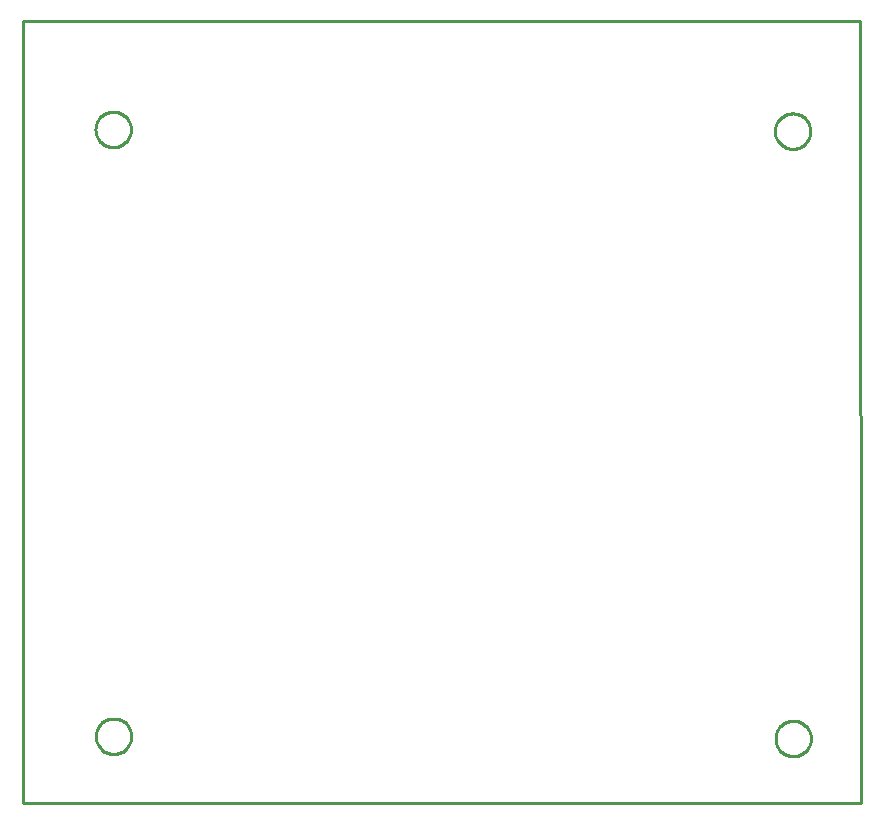
<source format=gko>
G04 EAGLE Gerber RS-274X export*
G75*
%MOMM*%
%FSLAX34Y34*%
%LPD*%
%INBoard Outline*%
%IPPOS*%
%AMOC8*
5,1,8,0,0,1.08239X$1,22.5*%
G01*
%ADD10C,0.000000*%
%ADD11C,0.254000*%


D10*
X26502Y80658D02*
X735801Y80487D01*
X735321Y742342D01*
X26022Y742513D01*
X26502Y80658D01*
X663543Y134963D02*
X663548Y135331D01*
X663561Y135699D01*
X663584Y136066D01*
X663615Y136433D01*
X663656Y136799D01*
X663705Y137164D01*
X663764Y137527D01*
X663831Y137889D01*
X663907Y138250D01*
X663993Y138608D01*
X664086Y138964D01*
X664189Y139317D01*
X664300Y139668D01*
X664420Y140016D01*
X664548Y140361D01*
X664685Y140703D01*
X664830Y141042D01*
X664983Y141376D01*
X665145Y141707D01*
X665314Y142034D01*
X665492Y142356D01*
X665677Y142675D01*
X665870Y142988D01*
X666071Y143297D01*
X666279Y143600D01*
X666495Y143898D01*
X666718Y144191D01*
X666948Y144479D01*
X667185Y144761D01*
X667429Y145036D01*
X667679Y145306D01*
X667936Y145570D01*
X668200Y145827D01*
X668470Y146077D01*
X668745Y146321D01*
X669027Y146558D01*
X669315Y146788D01*
X669608Y147011D01*
X669906Y147227D01*
X670209Y147435D01*
X670518Y147636D01*
X670831Y147829D01*
X671150Y148014D01*
X671472Y148192D01*
X671799Y148361D01*
X672130Y148523D01*
X672464Y148676D01*
X672803Y148821D01*
X673145Y148958D01*
X673490Y149086D01*
X673838Y149206D01*
X674189Y149317D01*
X674542Y149420D01*
X674898Y149513D01*
X675256Y149599D01*
X675617Y149675D01*
X675979Y149742D01*
X676342Y149801D01*
X676707Y149850D01*
X677073Y149891D01*
X677440Y149922D01*
X677807Y149945D01*
X678175Y149958D01*
X678543Y149963D01*
X678911Y149958D01*
X679279Y149945D01*
X679646Y149922D01*
X680013Y149891D01*
X680379Y149850D01*
X680744Y149801D01*
X681107Y149742D01*
X681469Y149675D01*
X681830Y149599D01*
X682188Y149513D01*
X682544Y149420D01*
X682897Y149317D01*
X683248Y149206D01*
X683596Y149086D01*
X683941Y148958D01*
X684283Y148821D01*
X684622Y148676D01*
X684956Y148523D01*
X685287Y148361D01*
X685614Y148192D01*
X685936Y148014D01*
X686255Y147829D01*
X686568Y147636D01*
X686877Y147435D01*
X687180Y147227D01*
X687478Y147011D01*
X687771Y146788D01*
X688059Y146558D01*
X688341Y146321D01*
X688616Y146077D01*
X688886Y145827D01*
X689150Y145570D01*
X689407Y145306D01*
X689657Y145036D01*
X689901Y144761D01*
X690138Y144479D01*
X690368Y144191D01*
X690591Y143898D01*
X690807Y143600D01*
X691015Y143297D01*
X691216Y142988D01*
X691409Y142675D01*
X691594Y142356D01*
X691772Y142034D01*
X691941Y141707D01*
X692103Y141376D01*
X692256Y141042D01*
X692401Y140703D01*
X692538Y140361D01*
X692666Y140016D01*
X692786Y139668D01*
X692897Y139317D01*
X693000Y138964D01*
X693093Y138608D01*
X693179Y138250D01*
X693255Y137889D01*
X693322Y137527D01*
X693381Y137164D01*
X693430Y136799D01*
X693471Y136433D01*
X693502Y136066D01*
X693525Y135699D01*
X693538Y135331D01*
X693543Y134963D01*
X693538Y134595D01*
X693525Y134227D01*
X693502Y133860D01*
X693471Y133493D01*
X693430Y133127D01*
X693381Y132762D01*
X693322Y132399D01*
X693255Y132037D01*
X693179Y131676D01*
X693093Y131318D01*
X693000Y130962D01*
X692897Y130609D01*
X692786Y130258D01*
X692666Y129910D01*
X692538Y129565D01*
X692401Y129223D01*
X692256Y128884D01*
X692103Y128550D01*
X691941Y128219D01*
X691772Y127892D01*
X691594Y127570D01*
X691409Y127251D01*
X691216Y126938D01*
X691015Y126629D01*
X690807Y126326D01*
X690591Y126028D01*
X690368Y125735D01*
X690138Y125447D01*
X689901Y125165D01*
X689657Y124890D01*
X689407Y124620D01*
X689150Y124356D01*
X688886Y124099D01*
X688616Y123849D01*
X688341Y123605D01*
X688059Y123368D01*
X687771Y123138D01*
X687478Y122915D01*
X687180Y122699D01*
X686877Y122491D01*
X686568Y122290D01*
X686255Y122097D01*
X685936Y121912D01*
X685614Y121734D01*
X685287Y121565D01*
X684956Y121403D01*
X684622Y121250D01*
X684283Y121105D01*
X683941Y120968D01*
X683596Y120840D01*
X683248Y120720D01*
X682897Y120609D01*
X682544Y120506D01*
X682188Y120413D01*
X681830Y120327D01*
X681469Y120251D01*
X681107Y120184D01*
X680744Y120125D01*
X680379Y120076D01*
X680013Y120035D01*
X679646Y120004D01*
X679279Y119981D01*
X678911Y119968D01*
X678543Y119963D01*
X678175Y119968D01*
X677807Y119981D01*
X677440Y120004D01*
X677073Y120035D01*
X676707Y120076D01*
X676342Y120125D01*
X675979Y120184D01*
X675617Y120251D01*
X675256Y120327D01*
X674898Y120413D01*
X674542Y120506D01*
X674189Y120609D01*
X673838Y120720D01*
X673490Y120840D01*
X673145Y120968D01*
X672803Y121105D01*
X672464Y121250D01*
X672130Y121403D01*
X671799Y121565D01*
X671472Y121734D01*
X671150Y121912D01*
X670831Y122097D01*
X670518Y122290D01*
X670209Y122491D01*
X669906Y122699D01*
X669608Y122915D01*
X669315Y123138D01*
X669027Y123368D01*
X668745Y123605D01*
X668470Y123849D01*
X668200Y124099D01*
X667936Y124356D01*
X667679Y124620D01*
X667429Y124890D01*
X667185Y125165D01*
X666948Y125447D01*
X666718Y125735D01*
X666495Y126028D01*
X666279Y126326D01*
X666071Y126629D01*
X665870Y126938D01*
X665677Y127251D01*
X665492Y127570D01*
X665314Y127892D01*
X665145Y128219D01*
X664983Y128550D01*
X664830Y128884D01*
X664685Y129223D01*
X664548Y129565D01*
X664420Y129910D01*
X664300Y130258D01*
X664189Y130609D01*
X664086Y130962D01*
X663993Y131318D01*
X663907Y131676D01*
X663831Y132037D01*
X663764Y132399D01*
X663705Y132762D01*
X663656Y133127D01*
X663615Y133493D01*
X663584Y133860D01*
X663561Y134227D01*
X663548Y134595D01*
X663543Y134963D01*
X663066Y649197D02*
X663071Y649565D01*
X663084Y649933D01*
X663107Y650300D01*
X663138Y650667D01*
X663179Y651033D01*
X663228Y651398D01*
X663287Y651761D01*
X663354Y652123D01*
X663430Y652484D01*
X663516Y652842D01*
X663609Y653198D01*
X663712Y653551D01*
X663823Y653902D01*
X663943Y654250D01*
X664071Y654595D01*
X664208Y654937D01*
X664353Y655276D01*
X664506Y655610D01*
X664668Y655941D01*
X664837Y656268D01*
X665015Y656590D01*
X665200Y656909D01*
X665393Y657222D01*
X665594Y657531D01*
X665802Y657834D01*
X666018Y658132D01*
X666241Y658425D01*
X666471Y658713D01*
X666708Y658995D01*
X666952Y659270D01*
X667202Y659540D01*
X667459Y659804D01*
X667723Y660061D01*
X667993Y660311D01*
X668268Y660555D01*
X668550Y660792D01*
X668838Y661022D01*
X669131Y661245D01*
X669429Y661461D01*
X669732Y661669D01*
X670041Y661870D01*
X670354Y662063D01*
X670673Y662248D01*
X670995Y662426D01*
X671322Y662595D01*
X671653Y662757D01*
X671987Y662910D01*
X672326Y663055D01*
X672668Y663192D01*
X673013Y663320D01*
X673361Y663440D01*
X673712Y663551D01*
X674065Y663654D01*
X674421Y663747D01*
X674779Y663833D01*
X675140Y663909D01*
X675502Y663976D01*
X675865Y664035D01*
X676230Y664084D01*
X676596Y664125D01*
X676963Y664156D01*
X677330Y664179D01*
X677698Y664192D01*
X678066Y664197D01*
X678434Y664192D01*
X678802Y664179D01*
X679169Y664156D01*
X679536Y664125D01*
X679902Y664084D01*
X680267Y664035D01*
X680630Y663976D01*
X680992Y663909D01*
X681353Y663833D01*
X681711Y663747D01*
X682067Y663654D01*
X682420Y663551D01*
X682771Y663440D01*
X683119Y663320D01*
X683464Y663192D01*
X683806Y663055D01*
X684145Y662910D01*
X684479Y662757D01*
X684810Y662595D01*
X685137Y662426D01*
X685459Y662248D01*
X685778Y662063D01*
X686091Y661870D01*
X686400Y661669D01*
X686703Y661461D01*
X687001Y661245D01*
X687294Y661022D01*
X687582Y660792D01*
X687864Y660555D01*
X688139Y660311D01*
X688409Y660061D01*
X688673Y659804D01*
X688930Y659540D01*
X689180Y659270D01*
X689424Y658995D01*
X689661Y658713D01*
X689891Y658425D01*
X690114Y658132D01*
X690330Y657834D01*
X690538Y657531D01*
X690739Y657222D01*
X690932Y656909D01*
X691117Y656590D01*
X691295Y656268D01*
X691464Y655941D01*
X691626Y655610D01*
X691779Y655276D01*
X691924Y654937D01*
X692061Y654595D01*
X692189Y654250D01*
X692309Y653902D01*
X692420Y653551D01*
X692523Y653198D01*
X692616Y652842D01*
X692702Y652484D01*
X692778Y652123D01*
X692845Y651761D01*
X692904Y651398D01*
X692953Y651033D01*
X692994Y650667D01*
X693025Y650300D01*
X693048Y649933D01*
X693061Y649565D01*
X693066Y649197D01*
X693061Y648829D01*
X693048Y648461D01*
X693025Y648094D01*
X692994Y647727D01*
X692953Y647361D01*
X692904Y646996D01*
X692845Y646633D01*
X692778Y646271D01*
X692702Y645910D01*
X692616Y645552D01*
X692523Y645196D01*
X692420Y644843D01*
X692309Y644492D01*
X692189Y644144D01*
X692061Y643799D01*
X691924Y643457D01*
X691779Y643118D01*
X691626Y642784D01*
X691464Y642453D01*
X691295Y642126D01*
X691117Y641804D01*
X690932Y641485D01*
X690739Y641172D01*
X690538Y640863D01*
X690330Y640560D01*
X690114Y640262D01*
X689891Y639969D01*
X689661Y639681D01*
X689424Y639399D01*
X689180Y639124D01*
X688930Y638854D01*
X688673Y638590D01*
X688409Y638333D01*
X688139Y638083D01*
X687864Y637839D01*
X687582Y637602D01*
X687294Y637372D01*
X687001Y637149D01*
X686703Y636933D01*
X686400Y636725D01*
X686091Y636524D01*
X685778Y636331D01*
X685459Y636146D01*
X685137Y635968D01*
X684810Y635799D01*
X684479Y635637D01*
X684145Y635484D01*
X683806Y635339D01*
X683464Y635202D01*
X683119Y635074D01*
X682771Y634954D01*
X682420Y634843D01*
X682067Y634740D01*
X681711Y634647D01*
X681353Y634561D01*
X680992Y634485D01*
X680630Y634418D01*
X680267Y634359D01*
X679902Y634310D01*
X679536Y634269D01*
X679169Y634238D01*
X678802Y634215D01*
X678434Y634202D01*
X678066Y634197D01*
X677698Y634202D01*
X677330Y634215D01*
X676963Y634238D01*
X676596Y634269D01*
X676230Y634310D01*
X675865Y634359D01*
X675502Y634418D01*
X675140Y634485D01*
X674779Y634561D01*
X674421Y634647D01*
X674065Y634740D01*
X673712Y634843D01*
X673361Y634954D01*
X673013Y635074D01*
X672668Y635202D01*
X672326Y635339D01*
X671987Y635484D01*
X671653Y635637D01*
X671322Y635799D01*
X670995Y635968D01*
X670673Y636146D01*
X670354Y636331D01*
X670041Y636524D01*
X669732Y636725D01*
X669429Y636933D01*
X669131Y637149D01*
X668838Y637372D01*
X668550Y637602D01*
X668268Y637839D01*
X667993Y638083D01*
X667723Y638333D01*
X667459Y638590D01*
X667202Y638854D01*
X666952Y639124D01*
X666708Y639399D01*
X666471Y639681D01*
X666241Y639969D01*
X666018Y640262D01*
X665802Y640560D01*
X665594Y640863D01*
X665393Y641172D01*
X665200Y641485D01*
X665015Y641804D01*
X664837Y642126D01*
X664668Y642453D01*
X664506Y642784D01*
X664353Y643118D01*
X664208Y643457D01*
X664071Y643799D01*
X663943Y644144D01*
X663823Y644492D01*
X663712Y644843D01*
X663609Y645196D01*
X663516Y645552D01*
X663430Y645910D01*
X663354Y646271D01*
X663287Y646633D01*
X663228Y646996D01*
X663179Y647361D01*
X663138Y647727D01*
X663107Y648094D01*
X663084Y648461D01*
X663071Y648829D01*
X663066Y649197D01*
X87781Y650649D02*
X87786Y651017D01*
X87799Y651385D01*
X87822Y651752D01*
X87853Y652119D01*
X87894Y652485D01*
X87943Y652850D01*
X88002Y653213D01*
X88069Y653575D01*
X88145Y653936D01*
X88231Y654294D01*
X88324Y654650D01*
X88427Y655003D01*
X88538Y655354D01*
X88658Y655702D01*
X88786Y656047D01*
X88923Y656389D01*
X89068Y656728D01*
X89221Y657062D01*
X89383Y657393D01*
X89552Y657720D01*
X89730Y658042D01*
X89915Y658361D01*
X90108Y658674D01*
X90309Y658983D01*
X90517Y659286D01*
X90733Y659584D01*
X90956Y659877D01*
X91186Y660165D01*
X91423Y660447D01*
X91667Y660722D01*
X91917Y660992D01*
X92174Y661256D01*
X92438Y661513D01*
X92708Y661763D01*
X92983Y662007D01*
X93265Y662244D01*
X93553Y662474D01*
X93846Y662697D01*
X94144Y662913D01*
X94447Y663121D01*
X94756Y663322D01*
X95069Y663515D01*
X95388Y663700D01*
X95710Y663878D01*
X96037Y664047D01*
X96368Y664209D01*
X96702Y664362D01*
X97041Y664507D01*
X97383Y664644D01*
X97728Y664772D01*
X98076Y664892D01*
X98427Y665003D01*
X98780Y665106D01*
X99136Y665199D01*
X99494Y665285D01*
X99855Y665361D01*
X100217Y665428D01*
X100580Y665487D01*
X100945Y665536D01*
X101311Y665577D01*
X101678Y665608D01*
X102045Y665631D01*
X102413Y665644D01*
X102781Y665649D01*
X103149Y665644D01*
X103517Y665631D01*
X103884Y665608D01*
X104251Y665577D01*
X104617Y665536D01*
X104982Y665487D01*
X105345Y665428D01*
X105707Y665361D01*
X106068Y665285D01*
X106426Y665199D01*
X106782Y665106D01*
X107135Y665003D01*
X107486Y664892D01*
X107834Y664772D01*
X108179Y664644D01*
X108521Y664507D01*
X108860Y664362D01*
X109194Y664209D01*
X109525Y664047D01*
X109852Y663878D01*
X110174Y663700D01*
X110493Y663515D01*
X110806Y663322D01*
X111115Y663121D01*
X111418Y662913D01*
X111716Y662697D01*
X112009Y662474D01*
X112297Y662244D01*
X112579Y662007D01*
X112854Y661763D01*
X113124Y661513D01*
X113388Y661256D01*
X113645Y660992D01*
X113895Y660722D01*
X114139Y660447D01*
X114376Y660165D01*
X114606Y659877D01*
X114829Y659584D01*
X115045Y659286D01*
X115253Y658983D01*
X115454Y658674D01*
X115647Y658361D01*
X115832Y658042D01*
X116010Y657720D01*
X116179Y657393D01*
X116341Y657062D01*
X116494Y656728D01*
X116639Y656389D01*
X116776Y656047D01*
X116904Y655702D01*
X117024Y655354D01*
X117135Y655003D01*
X117238Y654650D01*
X117331Y654294D01*
X117417Y653936D01*
X117493Y653575D01*
X117560Y653213D01*
X117619Y652850D01*
X117668Y652485D01*
X117709Y652119D01*
X117740Y651752D01*
X117763Y651385D01*
X117776Y651017D01*
X117781Y650649D01*
X117776Y650281D01*
X117763Y649913D01*
X117740Y649546D01*
X117709Y649179D01*
X117668Y648813D01*
X117619Y648448D01*
X117560Y648085D01*
X117493Y647723D01*
X117417Y647362D01*
X117331Y647004D01*
X117238Y646648D01*
X117135Y646295D01*
X117024Y645944D01*
X116904Y645596D01*
X116776Y645251D01*
X116639Y644909D01*
X116494Y644570D01*
X116341Y644236D01*
X116179Y643905D01*
X116010Y643578D01*
X115832Y643256D01*
X115647Y642937D01*
X115454Y642624D01*
X115253Y642315D01*
X115045Y642012D01*
X114829Y641714D01*
X114606Y641421D01*
X114376Y641133D01*
X114139Y640851D01*
X113895Y640576D01*
X113645Y640306D01*
X113388Y640042D01*
X113124Y639785D01*
X112854Y639535D01*
X112579Y639291D01*
X112297Y639054D01*
X112009Y638824D01*
X111716Y638601D01*
X111418Y638385D01*
X111115Y638177D01*
X110806Y637976D01*
X110493Y637783D01*
X110174Y637598D01*
X109852Y637420D01*
X109525Y637251D01*
X109194Y637089D01*
X108860Y636936D01*
X108521Y636791D01*
X108179Y636654D01*
X107834Y636526D01*
X107486Y636406D01*
X107135Y636295D01*
X106782Y636192D01*
X106426Y636099D01*
X106068Y636013D01*
X105707Y635937D01*
X105345Y635870D01*
X104982Y635811D01*
X104617Y635762D01*
X104251Y635721D01*
X103884Y635690D01*
X103517Y635667D01*
X103149Y635654D01*
X102781Y635649D01*
X102413Y635654D01*
X102045Y635667D01*
X101678Y635690D01*
X101311Y635721D01*
X100945Y635762D01*
X100580Y635811D01*
X100217Y635870D01*
X99855Y635937D01*
X99494Y636013D01*
X99136Y636099D01*
X98780Y636192D01*
X98427Y636295D01*
X98076Y636406D01*
X97728Y636526D01*
X97383Y636654D01*
X97041Y636791D01*
X96702Y636936D01*
X96368Y637089D01*
X96037Y637251D01*
X95710Y637420D01*
X95388Y637598D01*
X95069Y637783D01*
X94756Y637976D01*
X94447Y638177D01*
X94144Y638385D01*
X93846Y638601D01*
X93553Y638824D01*
X93265Y639054D01*
X92983Y639291D01*
X92708Y639535D01*
X92438Y639785D01*
X92174Y640042D01*
X91917Y640306D01*
X91667Y640576D01*
X91423Y640851D01*
X91186Y641133D01*
X90956Y641421D01*
X90733Y641714D01*
X90517Y642012D01*
X90309Y642315D01*
X90108Y642624D01*
X89915Y642937D01*
X89730Y643256D01*
X89552Y643578D01*
X89383Y643905D01*
X89221Y644236D01*
X89068Y644570D01*
X88923Y644909D01*
X88786Y645251D01*
X88658Y645596D01*
X88538Y645944D01*
X88427Y646295D01*
X88324Y646648D01*
X88231Y647004D01*
X88145Y647362D01*
X88069Y647723D01*
X88002Y648085D01*
X87943Y648448D01*
X87894Y648813D01*
X87853Y649179D01*
X87822Y649546D01*
X87799Y649913D01*
X87786Y650281D01*
X87781Y650649D01*
X88065Y136857D02*
X88070Y137225D01*
X88083Y137593D01*
X88106Y137960D01*
X88137Y138327D01*
X88178Y138693D01*
X88227Y139058D01*
X88286Y139421D01*
X88353Y139783D01*
X88429Y140144D01*
X88515Y140502D01*
X88608Y140858D01*
X88711Y141211D01*
X88822Y141562D01*
X88942Y141910D01*
X89070Y142255D01*
X89207Y142597D01*
X89352Y142936D01*
X89505Y143270D01*
X89667Y143601D01*
X89836Y143928D01*
X90014Y144250D01*
X90199Y144569D01*
X90392Y144882D01*
X90593Y145191D01*
X90801Y145494D01*
X91017Y145792D01*
X91240Y146085D01*
X91470Y146373D01*
X91707Y146655D01*
X91951Y146930D01*
X92201Y147200D01*
X92458Y147464D01*
X92722Y147721D01*
X92992Y147971D01*
X93267Y148215D01*
X93549Y148452D01*
X93837Y148682D01*
X94130Y148905D01*
X94428Y149121D01*
X94731Y149329D01*
X95040Y149530D01*
X95353Y149723D01*
X95672Y149908D01*
X95994Y150086D01*
X96321Y150255D01*
X96652Y150417D01*
X96986Y150570D01*
X97325Y150715D01*
X97667Y150852D01*
X98012Y150980D01*
X98360Y151100D01*
X98711Y151211D01*
X99064Y151314D01*
X99420Y151407D01*
X99778Y151493D01*
X100139Y151569D01*
X100501Y151636D01*
X100864Y151695D01*
X101229Y151744D01*
X101595Y151785D01*
X101962Y151816D01*
X102329Y151839D01*
X102697Y151852D01*
X103065Y151857D01*
X103433Y151852D01*
X103801Y151839D01*
X104168Y151816D01*
X104535Y151785D01*
X104901Y151744D01*
X105266Y151695D01*
X105629Y151636D01*
X105991Y151569D01*
X106352Y151493D01*
X106710Y151407D01*
X107066Y151314D01*
X107419Y151211D01*
X107770Y151100D01*
X108118Y150980D01*
X108463Y150852D01*
X108805Y150715D01*
X109144Y150570D01*
X109478Y150417D01*
X109809Y150255D01*
X110136Y150086D01*
X110458Y149908D01*
X110777Y149723D01*
X111090Y149530D01*
X111399Y149329D01*
X111702Y149121D01*
X112000Y148905D01*
X112293Y148682D01*
X112581Y148452D01*
X112863Y148215D01*
X113138Y147971D01*
X113408Y147721D01*
X113672Y147464D01*
X113929Y147200D01*
X114179Y146930D01*
X114423Y146655D01*
X114660Y146373D01*
X114890Y146085D01*
X115113Y145792D01*
X115329Y145494D01*
X115537Y145191D01*
X115738Y144882D01*
X115931Y144569D01*
X116116Y144250D01*
X116294Y143928D01*
X116463Y143601D01*
X116625Y143270D01*
X116778Y142936D01*
X116923Y142597D01*
X117060Y142255D01*
X117188Y141910D01*
X117308Y141562D01*
X117419Y141211D01*
X117522Y140858D01*
X117615Y140502D01*
X117701Y140144D01*
X117777Y139783D01*
X117844Y139421D01*
X117903Y139058D01*
X117952Y138693D01*
X117993Y138327D01*
X118024Y137960D01*
X118047Y137593D01*
X118060Y137225D01*
X118065Y136857D01*
X118060Y136489D01*
X118047Y136121D01*
X118024Y135754D01*
X117993Y135387D01*
X117952Y135021D01*
X117903Y134656D01*
X117844Y134293D01*
X117777Y133931D01*
X117701Y133570D01*
X117615Y133212D01*
X117522Y132856D01*
X117419Y132503D01*
X117308Y132152D01*
X117188Y131804D01*
X117060Y131459D01*
X116923Y131117D01*
X116778Y130778D01*
X116625Y130444D01*
X116463Y130113D01*
X116294Y129786D01*
X116116Y129464D01*
X115931Y129145D01*
X115738Y128832D01*
X115537Y128523D01*
X115329Y128220D01*
X115113Y127922D01*
X114890Y127629D01*
X114660Y127341D01*
X114423Y127059D01*
X114179Y126784D01*
X113929Y126514D01*
X113672Y126250D01*
X113408Y125993D01*
X113138Y125743D01*
X112863Y125499D01*
X112581Y125262D01*
X112293Y125032D01*
X112000Y124809D01*
X111702Y124593D01*
X111399Y124385D01*
X111090Y124184D01*
X110777Y123991D01*
X110458Y123806D01*
X110136Y123628D01*
X109809Y123459D01*
X109478Y123297D01*
X109144Y123144D01*
X108805Y122999D01*
X108463Y122862D01*
X108118Y122734D01*
X107770Y122614D01*
X107419Y122503D01*
X107066Y122400D01*
X106710Y122307D01*
X106352Y122221D01*
X105991Y122145D01*
X105629Y122078D01*
X105266Y122019D01*
X104901Y121970D01*
X104535Y121929D01*
X104168Y121898D01*
X103801Y121875D01*
X103433Y121862D01*
X103065Y121857D01*
X102697Y121862D01*
X102329Y121875D01*
X101962Y121898D01*
X101595Y121929D01*
X101229Y121970D01*
X100864Y122019D01*
X100501Y122078D01*
X100139Y122145D01*
X99778Y122221D01*
X99420Y122307D01*
X99064Y122400D01*
X98711Y122503D01*
X98360Y122614D01*
X98012Y122734D01*
X97667Y122862D01*
X97325Y122999D01*
X96986Y123144D01*
X96652Y123297D01*
X96321Y123459D01*
X95994Y123628D01*
X95672Y123806D01*
X95353Y123991D01*
X95040Y124184D01*
X94731Y124385D01*
X94428Y124593D01*
X94130Y124809D01*
X93837Y125032D01*
X93549Y125262D01*
X93267Y125499D01*
X92992Y125743D01*
X92722Y125993D01*
X92458Y126250D01*
X92201Y126514D01*
X91951Y126784D01*
X91707Y127059D01*
X91470Y127341D01*
X91240Y127629D01*
X91017Y127922D01*
X90801Y128220D01*
X90593Y128523D01*
X90392Y128832D01*
X90199Y129145D01*
X90014Y129464D01*
X89836Y129786D01*
X89667Y130113D01*
X89505Y130444D01*
X89352Y130778D01*
X89207Y131117D01*
X89070Y131459D01*
X88942Y131804D01*
X88822Y132152D01*
X88711Y132503D01*
X88608Y132856D01*
X88515Y133212D01*
X88429Y133570D01*
X88353Y133931D01*
X88286Y134293D01*
X88227Y134656D01*
X88178Y135021D01*
X88137Y135387D01*
X88106Y135754D01*
X88083Y136121D01*
X88070Y136489D01*
X88065Y136857D01*
D11*
X26022Y742513D02*
X26502Y80658D01*
X735801Y80487D01*
X735321Y742342D01*
X26022Y742513D01*
X693543Y134427D02*
X693467Y133359D01*
X693314Y132298D01*
X693086Y131251D01*
X692785Y130223D01*
X692410Y129219D01*
X691965Y128245D01*
X691452Y127304D01*
X690872Y126403D01*
X690230Y125545D01*
X689529Y124735D01*
X688771Y123978D01*
X687961Y123276D01*
X687103Y122634D01*
X686202Y122055D01*
X685262Y121541D01*
X684287Y121096D01*
X683283Y120722D01*
X682255Y120420D01*
X681208Y120192D01*
X680148Y120040D01*
X679079Y119963D01*
X678007Y119963D01*
X676939Y120040D01*
X675878Y120192D01*
X674831Y120420D01*
X673803Y120722D01*
X672799Y121096D01*
X671825Y121541D01*
X670884Y122055D01*
X669983Y122634D01*
X669125Y123276D01*
X668315Y123978D01*
X667558Y124735D01*
X666856Y125545D01*
X666214Y126403D01*
X665635Y127304D01*
X665121Y128245D01*
X664676Y129219D01*
X664302Y130223D01*
X664000Y131251D01*
X663772Y132298D01*
X663620Y133359D01*
X663543Y134427D01*
X663543Y135499D01*
X663620Y136568D01*
X663772Y137628D01*
X664000Y138675D01*
X664302Y139703D01*
X664676Y140707D01*
X665121Y141682D01*
X665635Y142622D01*
X666214Y143523D01*
X666856Y144381D01*
X667558Y145191D01*
X668315Y145949D01*
X669125Y146650D01*
X669983Y147292D01*
X670884Y147872D01*
X671825Y148385D01*
X672799Y148830D01*
X673803Y149205D01*
X674831Y149506D01*
X675878Y149734D01*
X676939Y149887D01*
X678007Y149963D01*
X679079Y149963D01*
X680148Y149887D01*
X681208Y149734D01*
X682255Y149506D01*
X683283Y149205D01*
X684287Y148830D01*
X685262Y148385D01*
X686202Y147872D01*
X687103Y147292D01*
X687961Y146650D01*
X688771Y145949D01*
X689529Y145191D01*
X690230Y144381D01*
X690872Y143523D01*
X691452Y142622D01*
X691965Y141682D01*
X692410Y140707D01*
X692785Y139703D01*
X693086Y138675D01*
X693314Y137628D01*
X693467Y136568D01*
X693543Y135499D01*
X693543Y134427D01*
X693066Y648661D02*
X692990Y647593D01*
X692837Y646532D01*
X692609Y645485D01*
X692308Y644457D01*
X691933Y643453D01*
X691488Y642479D01*
X690975Y641538D01*
X690395Y640637D01*
X689753Y639779D01*
X689051Y638969D01*
X688294Y638212D01*
X687484Y637510D01*
X686626Y636868D01*
X685725Y636289D01*
X684785Y635775D01*
X683810Y635330D01*
X682806Y634956D01*
X681778Y634654D01*
X680731Y634426D01*
X679671Y634274D01*
X678602Y634197D01*
X677530Y634197D01*
X676462Y634274D01*
X675401Y634426D01*
X674354Y634654D01*
X673326Y634956D01*
X672322Y635330D01*
X671348Y635775D01*
X670407Y636289D01*
X669506Y636868D01*
X668648Y637510D01*
X667838Y638212D01*
X667081Y638969D01*
X666379Y639779D01*
X665737Y640637D01*
X665158Y641538D01*
X664644Y642479D01*
X664199Y643453D01*
X663825Y644457D01*
X663523Y645485D01*
X663295Y646532D01*
X663143Y647593D01*
X663066Y648661D01*
X663066Y649733D01*
X663143Y650802D01*
X663295Y651862D01*
X663523Y652909D01*
X663825Y653937D01*
X664199Y654941D01*
X664644Y655916D01*
X665158Y656856D01*
X665737Y657757D01*
X666379Y658615D01*
X667081Y659425D01*
X667838Y660183D01*
X668648Y660884D01*
X669506Y661526D01*
X670407Y662106D01*
X671348Y662619D01*
X672322Y663064D01*
X673326Y663439D01*
X674354Y663741D01*
X675401Y663968D01*
X676462Y664121D01*
X677530Y664197D01*
X678602Y664197D01*
X679671Y664121D01*
X680731Y663968D01*
X681778Y663741D01*
X682806Y663439D01*
X683810Y663064D01*
X684785Y662619D01*
X685725Y662106D01*
X686626Y661526D01*
X687484Y660884D01*
X688294Y660183D01*
X689051Y659425D01*
X689753Y658615D01*
X690395Y657757D01*
X690975Y656856D01*
X691488Y655916D01*
X691933Y654941D01*
X692308Y653937D01*
X692609Y652909D01*
X692837Y651862D01*
X692990Y650802D01*
X693066Y649733D01*
X693066Y648661D01*
X117781Y650113D02*
X117705Y649044D01*
X117552Y647984D01*
X117324Y646937D01*
X117022Y645909D01*
X116648Y644905D01*
X116203Y643930D01*
X115689Y642990D01*
X115110Y642089D01*
X114468Y641231D01*
X113766Y640421D01*
X113009Y639663D01*
X112199Y638962D01*
X111341Y638320D01*
X110440Y637740D01*
X109500Y637227D01*
X108525Y636782D01*
X107521Y636407D01*
X106493Y636106D01*
X105446Y635878D01*
X104385Y635725D01*
X103317Y635649D01*
X102245Y635649D01*
X101177Y635725D01*
X100116Y635878D01*
X99069Y636106D01*
X98041Y636407D01*
X97037Y636782D01*
X96062Y637227D01*
X95122Y637740D01*
X94221Y638320D01*
X93363Y638962D01*
X92553Y639663D01*
X91796Y640421D01*
X91094Y641231D01*
X90452Y642089D01*
X89873Y642990D01*
X89359Y643930D01*
X88914Y644905D01*
X88540Y645909D01*
X88238Y646937D01*
X88010Y647984D01*
X87857Y649044D01*
X87781Y650113D01*
X87781Y651185D01*
X87857Y652253D01*
X88010Y653314D01*
X88238Y654361D01*
X88540Y655389D01*
X88914Y656393D01*
X89359Y657367D01*
X89873Y658308D01*
X90452Y659209D01*
X91094Y660067D01*
X91796Y660877D01*
X92553Y661634D01*
X93363Y662336D01*
X94221Y662978D01*
X95122Y663557D01*
X96062Y664071D01*
X97037Y664516D01*
X98041Y664890D01*
X99069Y665192D01*
X100116Y665420D01*
X101177Y665572D01*
X102245Y665649D01*
X103317Y665649D01*
X104385Y665572D01*
X105446Y665420D01*
X106493Y665192D01*
X107521Y664890D01*
X108525Y664516D01*
X109500Y664071D01*
X110440Y663557D01*
X111341Y662978D01*
X112199Y662336D01*
X113009Y661634D01*
X113766Y660877D01*
X114468Y660067D01*
X115110Y659209D01*
X115689Y658308D01*
X116203Y657367D01*
X116648Y656393D01*
X117022Y655389D01*
X117324Y654361D01*
X117552Y653314D01*
X117705Y652253D01*
X117781Y651185D01*
X117781Y650113D01*
X118065Y136321D02*
X117989Y135252D01*
X117836Y134192D01*
X117608Y133145D01*
X117306Y132117D01*
X116932Y131113D01*
X116487Y130138D01*
X115973Y129198D01*
X115394Y128296D01*
X114752Y127439D01*
X114050Y126629D01*
X113293Y125871D01*
X112483Y125170D01*
X111625Y124528D01*
X110724Y123948D01*
X109784Y123435D01*
X108809Y122990D01*
X107805Y122615D01*
X106777Y122313D01*
X105730Y122086D01*
X104669Y121933D01*
X103601Y121857D01*
X102529Y121857D01*
X101461Y121933D01*
X100400Y122086D01*
X99353Y122313D01*
X98325Y122615D01*
X97321Y122990D01*
X96346Y123435D01*
X95406Y123948D01*
X94505Y124528D01*
X93647Y125170D01*
X92837Y125871D01*
X92080Y126629D01*
X91378Y127439D01*
X90736Y128296D01*
X90157Y129198D01*
X89643Y130138D01*
X89198Y131113D01*
X88824Y132117D01*
X88522Y133145D01*
X88294Y134192D01*
X88141Y135252D01*
X88065Y136321D01*
X88065Y137392D01*
X88141Y138461D01*
X88294Y139522D01*
X88522Y140569D01*
X88824Y141597D01*
X89198Y142601D01*
X89643Y143575D01*
X90157Y144516D01*
X90736Y145417D01*
X91378Y146275D01*
X92080Y147085D01*
X92837Y147842D01*
X93647Y148544D01*
X94505Y149186D01*
X95406Y149765D01*
X96346Y150279D01*
X97321Y150724D01*
X98325Y151098D01*
X99353Y151400D01*
X100400Y151628D01*
X101461Y151780D01*
X102529Y151857D01*
X103601Y151857D01*
X104669Y151780D01*
X105730Y151628D01*
X106777Y151400D01*
X107805Y151098D01*
X108809Y150724D01*
X109784Y150279D01*
X110724Y149765D01*
X111625Y149186D01*
X112483Y148544D01*
X113293Y147842D01*
X114050Y147085D01*
X114752Y146275D01*
X115394Y145417D01*
X115973Y144516D01*
X116487Y143575D01*
X116932Y142601D01*
X117306Y141597D01*
X117608Y140569D01*
X117836Y139522D01*
X117989Y138461D01*
X118065Y137392D01*
X118065Y136321D01*
M02*

</source>
